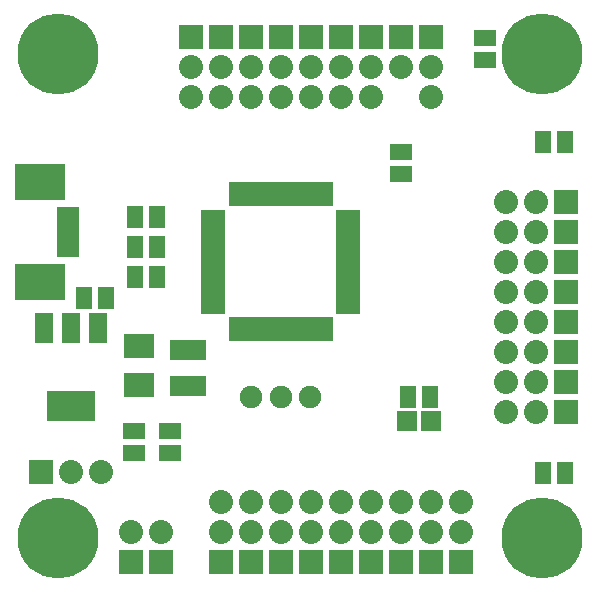
<source format=gts>
G04 (created by PCBNEW (2013-03-19 BZR 4004)-stable) date 5/7/2013 2:04:26 PM*
%MOIN*%
G04 Gerber Fmt 3.4, Leading zero omitted, Abs format*
%FSLAX34Y34*%
G01*
G70*
G90*
G04 APERTURE LIST*
%ADD10C,2.3622e-006*%
%ADD11C,0.27*%
%ADD12R,0.1696X0.1184*%
%ADD13R,0.0751X0.0397*%
%ADD14R,0.055X0.075*%
%ADD15R,0.075X0.055*%
%ADD16R,0.0672X0.0672*%
%ADD17R,0.12X0.07*%
%ADD18R,0.1X0.08*%
%ADD19R,0.036X0.08*%
%ADD20R,0.08X0.036*%
%ADD21C,0.075*%
%ADD22R,0.164X0.1*%
%ADD23R,0.06X0.1*%
%ADD24R,0.08X0.08*%
%ADD25C,0.08*%
G04 APERTURE END LIST*
G54D10*
G54D11*
X65716Y-48716D03*
X65716Y-32574D03*
X49574Y-32574D03*
X49574Y-48716D03*
G54D12*
X48957Y-40154D03*
X48957Y-36846D03*
G54D13*
X49902Y-39130D03*
X49902Y-38815D03*
X49902Y-37870D03*
X49902Y-38185D03*
X49902Y-38500D03*
G54D14*
X52875Y-38000D03*
X52125Y-38000D03*
X52875Y-39000D03*
X52125Y-39000D03*
X61975Y-44000D03*
X61225Y-44000D03*
G54D15*
X53300Y-45125D03*
X53300Y-45875D03*
G54D16*
X61187Y-44800D03*
X62013Y-44800D03*
G54D14*
X52875Y-40000D03*
X52125Y-40000D03*
G54D17*
X53900Y-42425D03*
X53900Y-43625D03*
G54D14*
X65725Y-35500D03*
X66475Y-35500D03*
G54D18*
X52275Y-43600D03*
X52275Y-42300D03*
G54D19*
X57000Y-37250D03*
X56685Y-37250D03*
X56370Y-37250D03*
X56055Y-37250D03*
X55740Y-37250D03*
X55425Y-37250D03*
X57315Y-37250D03*
X57630Y-37250D03*
X57945Y-37250D03*
X58260Y-37250D03*
X58575Y-37250D03*
X57000Y-41750D03*
X56685Y-41750D03*
X56370Y-41750D03*
X56055Y-41750D03*
X55740Y-41750D03*
X55425Y-41750D03*
X57315Y-41750D03*
X57630Y-41750D03*
X57945Y-41750D03*
X58260Y-41750D03*
X58575Y-41750D03*
G54D20*
X54750Y-39500D03*
X59250Y-39500D03*
X54750Y-39815D03*
X59250Y-39815D03*
X59250Y-40130D03*
X54750Y-40130D03*
X54750Y-40445D03*
X59250Y-40445D03*
X59250Y-40760D03*
X54750Y-40760D03*
X54750Y-41075D03*
X59250Y-41075D03*
X59250Y-39185D03*
X54750Y-39185D03*
X54750Y-38870D03*
X59250Y-38870D03*
X59250Y-38555D03*
X54750Y-38555D03*
X54750Y-38240D03*
X59250Y-38240D03*
X59250Y-37925D03*
X54750Y-37925D03*
G54D21*
X56016Y-44000D03*
X57984Y-44000D03*
X57000Y-44000D03*
G54D14*
X50425Y-40700D03*
X51175Y-40700D03*
G54D15*
X52100Y-45875D03*
X52100Y-45125D03*
G54D22*
X50000Y-44300D03*
G54D23*
X50000Y-41700D03*
X49100Y-41700D03*
X50900Y-41700D03*
G54D24*
X55000Y-32000D03*
G54D25*
X55000Y-33000D03*
X55000Y-34000D03*
G54D24*
X49000Y-46500D03*
G54D25*
X50000Y-46500D03*
X51000Y-46500D03*
G54D24*
X62000Y-32000D03*
G54D25*
X62000Y-33000D03*
X62000Y-34000D03*
G54D24*
X66500Y-37500D03*
G54D25*
X65500Y-37500D03*
X64500Y-37500D03*
G54D24*
X66500Y-41500D03*
G54D25*
X65500Y-41500D03*
X64500Y-41500D03*
G54D24*
X66500Y-42500D03*
G54D25*
X65500Y-42500D03*
X64500Y-42500D03*
G54D24*
X66500Y-44500D03*
G54D25*
X65500Y-44500D03*
X64500Y-44500D03*
G54D24*
X66500Y-43500D03*
G54D25*
X65500Y-43500D03*
X64500Y-43500D03*
G54D24*
X63000Y-49500D03*
G54D25*
X63000Y-48500D03*
X63000Y-47500D03*
G54D24*
X62000Y-49500D03*
G54D25*
X62000Y-48500D03*
X62000Y-47500D03*
G54D24*
X60000Y-49500D03*
G54D25*
X60000Y-48500D03*
X60000Y-47500D03*
G54D24*
X61000Y-49500D03*
G54D25*
X61000Y-48500D03*
X61000Y-47500D03*
G54D24*
X59000Y-49500D03*
G54D25*
X59000Y-48500D03*
X59000Y-47500D03*
G54D24*
X66500Y-38500D03*
G54D25*
X65500Y-38500D03*
X64500Y-38500D03*
G54D24*
X66500Y-39500D03*
G54D25*
X65500Y-39500D03*
X64500Y-39500D03*
G54D24*
X66500Y-40500D03*
G54D25*
X65500Y-40500D03*
X64500Y-40500D03*
G54D24*
X58000Y-49500D03*
G54D25*
X58000Y-48500D03*
X58000Y-47500D03*
G54D24*
X57000Y-49500D03*
G54D25*
X57000Y-48500D03*
X57000Y-47500D03*
G54D24*
X56000Y-49500D03*
G54D25*
X56000Y-48500D03*
X56000Y-47500D03*
G54D24*
X55000Y-49500D03*
G54D25*
X55000Y-48500D03*
X55000Y-47500D03*
G54D24*
X54000Y-32000D03*
G54D25*
X54000Y-33000D03*
X54000Y-34000D03*
G54D24*
X60000Y-32000D03*
G54D25*
X60000Y-33000D03*
X60000Y-34000D03*
G54D24*
X59000Y-32000D03*
G54D25*
X59000Y-33000D03*
X59000Y-34000D03*
G54D24*
X58000Y-32000D03*
G54D25*
X58000Y-33000D03*
X58000Y-34000D03*
G54D24*
X56000Y-32000D03*
G54D25*
X56000Y-33000D03*
X56000Y-34000D03*
G54D24*
X52000Y-49500D03*
G54D25*
X52000Y-48500D03*
G54D24*
X53000Y-49500D03*
G54D25*
X53000Y-48500D03*
G54D15*
X61000Y-36575D03*
X61000Y-35825D03*
G54D24*
X57000Y-32000D03*
G54D25*
X57000Y-33000D03*
X57000Y-34000D03*
G54D24*
X61000Y-32000D03*
G54D25*
X61000Y-33000D03*
G54D14*
X65725Y-46550D03*
X66475Y-46550D03*
G54D15*
X63800Y-32775D03*
X63800Y-32025D03*
M02*

</source>
